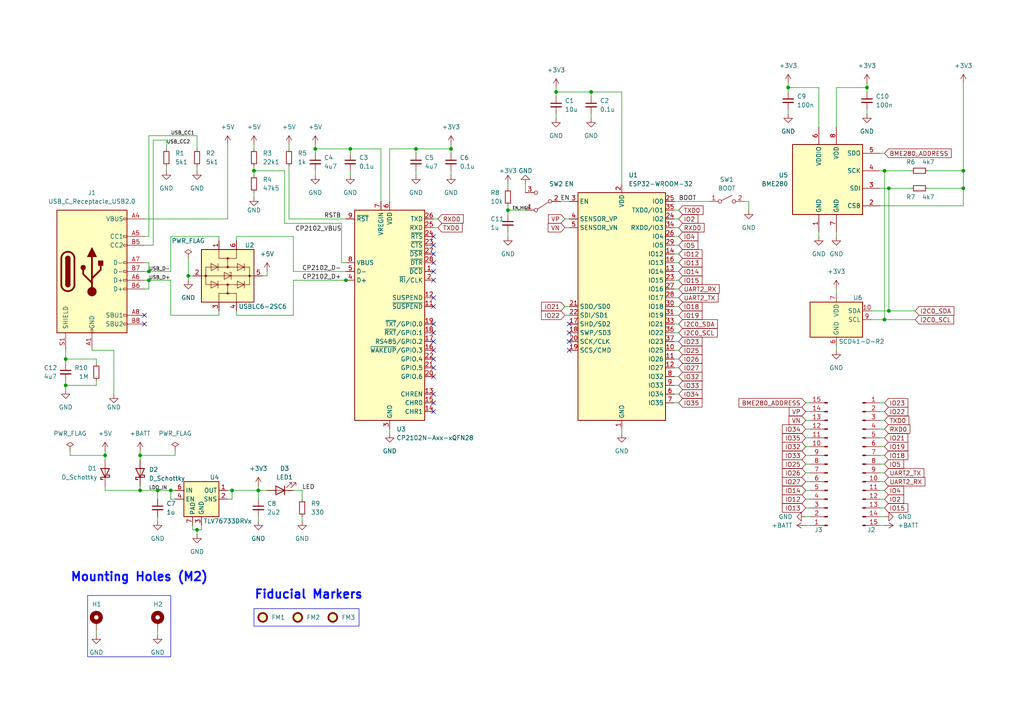
<source format=kicad_sch>
(kicad_sch (version 20230121) (generator eeschema)
  (paper "A4")
  (junction (at 171.45 26.67))
  (junction (at 40.64 132.08))
  (junction (at 257.81 54.61))
  (junction (at 49.53 142.24))
  (junction (at 57.15 153.67))
  (junction (at 100.33 81.28))
  (junction (at 279.4 49.53))
  (junction (at 74.93 142.24))
  (junction (at 43.18 78.74))
  (junction (at 256.54 92.71))
  (junction (at 43.18 81.28))
  (junction (at 228.6 25.4))
  (junction (at 251.46 25.4))
  (junction (at 279.4 54.61))
  (junction (at 161.29 26.67))
  (junction (at 147.32 60.96))
  (junction (at 101.6 43.18))
  (junction (at 130.81 43.18))
  (junction (at 67.31 142.24))
  (junction (at 19.05 111.76))
  (junction (at 54.61 80.01))
  (junction (at 91.44 43.18))
  (junction (at 40.64 142.24))
  (junction (at 30.48 132.08))
  (junction (at 120.65 43.18))
  (junction (at 73.66 49.53))
  (junction (at 256.54 49.53))
  (junction (at 257.81 90.17))
  (junction (at 45.72 142.24))
  (junction (at 19.05 104.14))
  (no_connect (at 125.73 93.98))
  (no_connect (at 125.73 78.74))
  (no_connect (at 41.91 91.44))
  (no_connect (at 125.73 71.12))
  (no_connect (at 125.73 96.52))
  (no_connect (at 125.73 114.3))
  (no_connect (at 125.73 106.68))
  (no_connect (at 125.73 81.28))
  (no_connect (at 125.73 109.22))
  (no_connect (at 125.73 99.06))
  (no_connect (at 125.73 101.6))
  (no_connect (at 125.73 68.58))
  (no_connect (at 125.73 76.2))
  (no_connect (at 125.73 73.66))
  (no_connect (at 125.73 88.9))
  (no_connect (at 165.1 96.52))
  (no_connect (at 125.73 119.38))
  (no_connect (at 41.91 93.98))
  (no_connect (at 125.73 86.36))
  (no_connect (at 165.1 93.98))
  (no_connect (at 165.1 101.6))
  (no_connect (at 165.1 99.06))
  (no_connect (at 125.73 116.84))
  (no_connect (at 125.73 104.14))
  (wire (pts (xy 91.44 49.53) (xy 91.44 50.8)))
  (wire (pts (xy 195.58 101.6) (xy 196.85 101.6)))
  (wire (pts (xy 68.58 91.44) (xy 85.09 91.44)))
  (wire (pts (xy 66.04 144.78) (xy 67.31 144.78)))
  (wire (pts (xy 43.18 39.37) (xy 43.18 68.58)))
  (wire (pts (xy 27.94 182.88) (xy 27.94 184.15)))
  (wire (pts (xy 55.88 80.01) (xy 54.61 80.01)))
  (wire (pts (xy 20.32 132.08) (xy 20.32 130.81)))
  (wire (pts (xy 195.58 68.58) (xy 196.85 68.58)))
  (wire (pts (xy 256.54 49.53) (xy 256.54 92.71)))
  (wire (pts (xy 242.57 67.31) (xy 242.57 68.58)))
  (wire (pts (xy 50.8 132.08) (xy 50.8 130.81)))
  (wire (pts (xy 68.58 90.17) (xy 68.58 91.44)))
  (wire (pts (xy 74.93 140.97) (xy 74.93 142.24)))
  (wire (pts (xy 33.02 101.6) (xy 33.02 114.3)))
  (wire (pts (xy 27.94 105.41) (xy 27.94 104.14)))
  (wire (pts (xy 161.29 33.02) (xy 161.29 34.29)))
  (wire (pts (xy 73.66 49.53) (xy 73.66 50.8)))
  (wire (pts (xy 113.03 43.18) (xy 113.03 58.42)))
  (wire (pts (xy 102.87 81.28) (xy 100.33 81.28)))
  (wire (pts (xy 163.83 66.04) (xy 165.1 66.04)))
  (wire (pts (xy 233.68 134.62) (xy 234.95 134.62)))
  (wire (pts (xy 255.27 149.86) (xy 256.54 149.86)))
  (wire (pts (xy 85.09 81.28) (xy 100.33 81.28)))
  (wire (pts (xy 233.68 144.78) (xy 234.95 144.78)))
  (wire (pts (xy 257.81 54.61) (xy 257.81 90.17)))
  (wire (pts (xy 40.64 132.08) (xy 50.8 132.08)))
  (wire (pts (xy 195.58 73.66) (xy 196.85 73.66)))
  (wire (pts (xy 147.32 59.69) (xy 147.32 60.96)))
  (wire (pts (xy 73.66 41.91) (xy 73.66 43.18)))
  (wire (pts (xy 255.27 49.53) (xy 256.54 49.53)))
  (wire (pts (xy 255.27 152.4) (xy 256.54 152.4)))
  (wire (pts (xy 66.04 142.24) (xy 67.31 142.24)))
  (wire (pts (xy 195.58 96.52) (xy 196.85 96.52)))
  (wire (pts (xy 40.64 132.08) (xy 40.64 130.81)))
  (wire (pts (xy 41.91 71.12) (xy 44.45 71.12)))
  (wire (pts (xy 30.48 132.08) (xy 30.48 130.81)))
  (wire (pts (xy 73.66 49.53) (xy 82.55 49.53)))
  (wire (pts (xy 67.31 142.24) (xy 74.93 142.24)))
  (wire (pts (xy 147.32 62.23) (xy 147.32 60.96)))
  (wire (pts (xy 228.6 31.75) (xy 228.6 33.02)))
  (wire (pts (xy 237.49 67.31) (xy 237.49 68.58)))
  (wire (pts (xy 20.32 132.08) (xy 30.48 132.08)))
  (wire (pts (xy 40.64 140.97) (xy 40.64 142.24)))
  (wire (pts (xy 49.53 91.44) (xy 49.53 81.28)))
  (wire (pts (xy 242.57 25.4) (xy 251.46 25.4)))
  (wire (pts (xy 41.91 83.82) (xy 43.18 83.82)))
  (wire (pts (xy 233.68 137.16) (xy 234.95 137.16)))
  (wire (pts (xy 195.58 58.42) (xy 205.74 58.42)))
  (wire (pts (xy 195.58 104.14) (xy 196.85 104.14)))
  (wire (pts (xy 233.68 152.4) (xy 234.95 152.4)))
  (wire (pts (xy 43.18 78.74) (xy 49.53 78.74)))
  (wire (pts (xy 120.65 43.18) (xy 120.65 44.45)))
  (wire (pts (xy 195.58 88.9) (xy 196.85 88.9)))
  (wire (pts (xy 40.64 132.08) (xy 40.64 133.35)))
  (wire (pts (xy 217.17 58.42) (xy 217.17 60.96)))
  (wire (pts (xy 255.27 144.78) (xy 256.54 144.78)))
  (wire (pts (xy 82.55 64.77) (xy 99.06 64.77)))
  (wire (pts (xy 49.53 144.78) (xy 49.53 142.24)))
  (wire (pts (xy 76.2 80.01) (xy 77.47 80.01)))
  (wire (pts (xy 163.83 63.5) (xy 165.1 63.5)))
  (wire (pts (xy 19.05 110.49) (xy 19.05 111.76)))
  (wire (pts (xy 269.24 54.61) (xy 279.4 54.61)))
  (wire (pts (xy 163.83 91.44) (xy 165.1 91.44)))
  (wire (pts (xy 55.88 153.67) (xy 57.15 153.67)))
  (wire (pts (xy 49.53 144.78) (xy 50.8 144.78)))
  (wire (pts (xy 279.4 54.61) (xy 279.4 59.69)))
  (wire (pts (xy 255.27 124.46) (xy 256.54 124.46)))
  (wire (pts (xy 45.72 182.88) (xy 45.72 184.15)))
  (wire (pts (xy 113.03 124.46) (xy 113.03 125.73)))
  (wire (pts (xy 45.72 144.78) (xy 45.72 142.24)))
  (wire (pts (xy 85.09 142.24) (xy 87.63 142.24)))
  (wire (pts (xy 161.29 26.67) (xy 171.45 26.67)))
  (wire (pts (xy 171.45 33.02) (xy 171.45 34.29)))
  (wire (pts (xy 255.27 139.7) (xy 256.54 139.7)))
  (wire (pts (xy 67.31 142.24) (xy 67.31 144.78)))
  (wire (pts (xy 161.29 25.4) (xy 161.29 26.67)))
  (wire (pts (xy 113.03 43.18) (xy 120.65 43.18)))
  (wire (pts (xy 228.6 24.13) (xy 228.6 25.4)))
  (wire (pts (xy 85.09 91.44) (xy 85.09 81.28)))
  (wire (pts (xy 110.49 43.18) (xy 110.49 58.42)))
  (wire (pts (xy 252.73 92.71) (xy 256.54 92.71)))
  (wire (pts (xy 49.53 142.24) (xy 50.8 142.24)))
  (wire (pts (xy 83.82 63.5) (xy 100.33 63.5)))
  (wire (pts (xy 63.5 68.58) (xy 63.5 69.85)))
  (wire (pts (xy 27.94 110.49) (xy 27.94 111.76)))
  (wire (pts (xy 233.68 129.54) (xy 234.95 129.54)))
  (wire (pts (xy 256.54 92.71) (xy 265.43 92.71)))
  (wire (pts (xy 256.54 44.45) (xy 255.27 44.45)))
  (wire (pts (xy 83.82 41.91) (xy 83.82 43.18)))
  (wire (pts (xy 195.58 63.5) (xy 196.85 63.5)))
  (wire (pts (xy 19.05 111.76) (xy 19.05 113.03)))
  (wire (pts (xy 63.5 90.17) (xy 63.5 91.44)))
  (wire (pts (xy 256.54 49.53) (xy 264.16 49.53)))
  (wire (pts (xy 255.27 129.54) (xy 256.54 129.54)))
  (wire (pts (xy 195.58 116.84) (xy 196.85 116.84)))
  (wire (pts (xy 195.58 91.44) (xy 196.85 91.44)))
  (wire (pts (xy 130.81 49.53) (xy 130.81 50.8)))
  (wire (pts (xy 66.04 41.91) (xy 66.04 63.5)))
  (wire (pts (xy 195.58 86.36) (xy 196.85 86.36)))
  (wire (pts (xy 58.42 153.67) (xy 57.15 153.67)))
  (wire (pts (xy 195.58 93.98) (xy 196.85 93.98)))
  (wire (pts (xy 130.81 41.91) (xy 130.81 43.18)))
  (wire (pts (xy 255.27 121.92) (xy 256.54 121.92)))
  (wire (pts (xy 255.27 147.32) (xy 256.54 147.32)))
  (wire (pts (xy 130.81 44.45) (xy 130.81 43.18)))
  (wire (pts (xy 33.02 101.6) (xy 26.67 101.6)))
  (wire (pts (xy 48.26 48.26) (xy 48.26 49.53)))
  (wire (pts (xy 242.57 100.33) (xy 242.57 101.6)))
  (wire (pts (xy 228.6 25.4) (xy 237.49 25.4)))
  (wire (pts (xy 162.56 58.42) (xy 165.1 58.42)))
  (wire (pts (xy 30.48 142.24) (xy 40.64 142.24)))
  (wire (pts (xy 77.47 78.74) (xy 77.47 80.01)))
  (wire (pts (xy 195.58 114.3) (xy 196.85 114.3)))
  (wire (pts (xy 49.53 78.74) (xy 49.53 68.58)))
  (wire (pts (xy 110.49 43.18) (xy 101.6 43.18)))
  (wire (pts (xy 30.48 132.08) (xy 30.48 133.35)))
  (wire (pts (xy 152.4 53.34) (xy 152.4 55.88)))
  (wire (pts (xy 73.66 48.26) (xy 73.66 49.53)))
  (wire (pts (xy 41.91 76.2) (xy 43.18 76.2)))
  (wire (pts (xy 215.9 58.42) (xy 217.17 58.42)))
  (wire (pts (xy 19.05 111.76) (xy 27.94 111.76)))
  (wire (pts (xy 41.91 81.28) (xy 43.18 81.28)))
  (wire (pts (xy 100.33 76.2) (xy 99.06 76.2)))
  (wire (pts (xy 163.83 88.9) (xy 165.1 88.9)))
  (wire (pts (xy 19.05 104.14) (xy 19.05 105.41)))
  (wire (pts (xy 147.32 67.31) (xy 147.32 68.58)))
  (wire (pts (xy 279.4 24.13) (xy 279.4 49.53)))
  (wire (pts (xy 125.73 63.5) (xy 127 63.5)))
  (wire (pts (xy 54.61 80.01) (xy 54.61 81.28)))
  (wire (pts (xy 195.58 81.28) (xy 196.85 81.28)))
  (wire (pts (xy 91.44 44.45) (xy 91.44 43.18)))
  (wire (pts (xy 257.81 54.61) (xy 264.16 54.61)))
  (wire (pts (xy 58.42 152.4) (xy 58.42 153.67)))
  (wire (pts (xy 233.68 124.46) (xy 234.95 124.46)))
  (wire (pts (xy 85.09 78.74) (xy 100.33 78.74)))
  (wire (pts (xy 255.27 142.24) (xy 256.54 142.24)))
  (wire (pts (xy 269.24 49.53) (xy 279.4 49.53)))
  (wire (pts (xy 57.15 153.67) (xy 57.15 154.94)))
  (wire (pts (xy 257.81 90.17) (xy 265.43 90.17)))
  (wire (pts (xy 161.29 26.67) (xy 161.29 27.94)))
  (wire (pts (xy 255.27 119.38) (xy 256.54 119.38)))
  (wire (pts (xy 255.27 54.61) (xy 257.81 54.61)))
  (wire (pts (xy 54.61 74.93) (xy 54.61 80.01)))
  (wire (pts (xy 233.68 142.24) (xy 234.95 142.24)))
  (wire (pts (xy 48.26 40.64) (xy 48.26 43.18)))
  (wire (pts (xy 195.58 78.74) (xy 196.85 78.74)))
  (wire (pts (xy 242.57 25.4) (xy 242.57 36.83)))
  (wire (pts (xy 279.4 49.53) (xy 279.4 54.61)))
  (wire (pts (xy 30.48 140.97) (xy 30.48 142.24)))
  (wire (pts (xy 57.15 48.26) (xy 57.15 49.53)))
  (wire (pts (xy 130.81 43.18) (xy 120.65 43.18)))
  (wire (pts (xy 147.32 53.34) (xy 147.32 54.61)))
  (wire (pts (xy 63.5 91.44) (xy 49.53 91.44)))
  (wire (pts (xy 40.64 142.24) (xy 45.72 142.24)))
  (wire (pts (xy 91.44 41.91) (xy 91.44 43.18)))
  (wire (pts (xy 41.91 68.58) (xy 43.18 68.58)))
  (wire (pts (xy 255.27 137.16) (xy 256.54 137.16)))
  (wire (pts (xy 49.53 68.58) (xy 63.5 68.58)))
  (wire (pts (xy 237.49 25.4) (xy 237.49 36.83)))
  (wire (pts (xy 74.93 149.86) (xy 74.93 151.13)))
  (wire (pts (xy 45.72 142.24) (xy 49.53 142.24)))
  (wire (pts (xy 233.68 132.08) (xy 234.95 132.08)))
  (wire (pts (xy 180.34 124.46) (xy 180.34 125.73)))
  (wire (pts (xy 195.58 83.82) (xy 196.85 83.82)))
  (wire (pts (xy 233.68 119.38) (xy 234.95 119.38)))
  (wire (pts (xy 85.09 68.58) (xy 85.09 78.74)))
  (wire (pts (xy 43.18 76.2) (xy 43.18 78.74)))
  (wire (pts (xy 44.45 40.64) (xy 44.45 71.12)))
  (wire (pts (xy 68.58 69.85) (xy 68.58 68.58)))
  (wire (pts (xy 228.6 26.67) (xy 228.6 25.4)))
  (wire (pts (xy 251.46 31.75) (xy 251.46 33.02)))
  (wire (pts (xy 255.27 134.62) (xy 256.54 134.62)))
  (wire (pts (xy 255.27 59.69) (xy 279.4 59.69)))
  (wire (pts (xy 195.58 71.12) (xy 196.85 71.12)))
  (wire (pts (xy 91.44 43.18) (xy 101.6 43.18)))
  (wire (pts (xy 48.26 40.64) (xy 44.45 40.64)))
  (wire (pts (xy 45.72 149.86) (xy 45.72 151.13)))
  (wire (pts (xy 87.63 142.24) (xy 87.63 144.78)))
  (wire (pts (xy 255.27 116.84) (xy 256.54 116.84)))
  (wire (pts (xy 73.66 55.88) (xy 73.66 57.15)))
  (wire (pts (xy 74.93 142.24) (xy 74.93 144.78)))
  (wire (pts (xy 57.15 39.37) (xy 57.15 43.18)))
  (wire (pts (xy 87.63 149.86) (xy 87.63 151.13)))
  (wire (pts (xy 233.68 139.7) (xy 234.95 139.7)))
  (wire (pts (xy 101.6 49.53) (xy 101.6 50.8)))
  (wire (pts (xy 233.68 127) (xy 234.95 127)))
  (wire (pts (xy 195.58 60.96) (xy 196.85 60.96)))
  (wire (pts (xy 180.34 53.34) (xy 180.34 26.67)))
  (wire (pts (xy 195.58 76.2) (xy 196.85 76.2)))
  (wire (pts (xy 252.73 90.17) (xy 257.81 90.17)))
  (wire (pts (xy 19.05 101.6) (xy 19.05 104.14)))
  (wire (pts (xy 57.15 39.37) (xy 43.18 39.37)))
  (wire (pts (xy 82.55 49.53) (xy 82.55 64.77)))
  (wire (pts (xy 99.06 64.77) (xy 99.06 76.2)))
  (wire (pts (xy 19.05 104.14) (xy 27.94 104.14)))
  (wire (pts (xy 125.73 66.04) (xy 127 66.04)))
  (wire (pts (xy 101.6 43.18) (xy 101.6 44.45)))
  (wire (pts (xy 74.93 142.24) (xy 77.47 142.24)))
  (wire (pts (xy 233.68 116.84) (xy 234.95 116.84)))
  (wire (pts (xy 195.58 109.22) (xy 196.85 109.22)))
  (wire (pts (xy 55.88 152.4) (xy 55.88 153.67)))
  (wire (pts (xy 43.18 83.82) (xy 43.18 81.28)))
  (wire (pts (xy 195.58 99.06) (xy 196.85 99.06)))
  (wire (pts (xy 255.27 127) (xy 256.54 127)))
  (wire (pts (xy 195.58 66.04) (xy 196.85 66.04)))
  (wire (pts (xy 233.68 149.86) (xy 234.95 149.86)))
  (wire (pts (xy 242.57 83.82) (xy 242.57 85.09)))
  (wire (pts (xy 251.46 25.4) (xy 251.46 26.67)))
  (wire (pts (xy 120.65 49.53) (xy 120.65 50.8)))
  (wire (pts (xy 171.45 26.67) (xy 180.34 26.67)))
  (wire (pts (xy 171.45 26.67) (xy 171.45 27.94)))
  (wire (pts (xy 255.27 132.08) (xy 256.54 132.08)))
  (wire (pts (xy 83.82 48.26) (xy 83.82 63.5)))
  (wire (pts (xy 251.46 24.13) (xy 251.46 25.4)))
  (wire (pts (xy 233.68 147.32) (xy 234.95 147.32)))
  (wire (pts (xy 68.58 68.58) (xy 85.09 68.58)))
  (wire (pts (xy 66.04 63.5) (xy 41.91 63.5)))
  (wire (pts (xy 195.58 106.68) (xy 196.85 106.68)))
  (wire (pts (xy 147.32 60.96) (xy 152.4 60.96)))
  (wire (pts (xy 195.58 111.76) (xy 196.85 111.76)))
  (wire (pts (xy 43.18 81.28) (xy 49.53 81.28)))
  (wire (pts (xy 233.68 121.92) (xy 234.95 121.92)))
  (wire (pts (xy 41.91 78.74) (xy 43.18 78.74)))
  (rectangle (start 73.66 176.53) (end 104.14 181.61))
  (rectangle (start 25.4 172.72) (end 49.53 190.5))
  (text "Mounting Holes (M2)" (at 20.32 168.91 0) (effects (font (size 2.5 2.5) (thickness 0.5) bold) (justify left bottom)))
  (text "Fiducial Markers" (at 73.66 173.99 0) (effects (font (size 2.5 2.5) (thickness 0.5) bold) (justify left bottom)))
  (label "CP2102_VBUS" (at 99.06 67.31 180))
  (label "RSTB" (at 93.98 63.5 0))
  (label "EN" (at 162.56 58.42 0))
  (label "BOOT" (at 196.85 58.42 0))
  (label "LED" (at 87.63 142.24 0))
  (label "CP2102_D+" (at 87.63 81.28 0))
  (label "USB_CC1" (at 49.53 39.37 0) (effects (font (size 1 1))))
  (label "CP2102_D-" (at 87.63 78.74 0))
  (label "USB_D-" (at 43.18 78.74 0) (effects (font (size 1 1))))
  (label "LDO_IN" (at 43.18 142.24 0) (effects (font (size 1 1))))
  (label "USB_D+" (at 43.18 81.28 0) (effects (font (size 1 1))))
  (label "USB_CC2" (at 48.26 41.91 0) (effects (font (size 1 1))))
  (label "EN_HIGH" (at 148.59 60.96 0) (effects (font (size 0.8 0.8))))
  (global_label "IO25" (shape input) (at 196.85 101.6 0) (property "Intersheetrefs" "${INTERSHEET_REFS}" (effects hide)))
  (global_label "VN" (shape input) (at 233.68 121.92 180) (property "Intersheetrefs" "${INTERSHEET_REFS}" (effects hide)))
  (global_label "TXD0" (shape input) (at 127 66.04 0) (property "Intersheetrefs" "${INTERSHEET_REFS}" (effects hide)))
  (global_label "IO4" (shape input) (at 256.54 142.24 0) (property "Intersheetrefs" "${INTERSHEET_REFS}" (effects hide)))
  (global_label "IO5" (shape input) (at 256.54 134.62 0) (property "Intersheetrefs" "${INTERSHEET_REFS}" (effects hide)))
  (global_label "IO14" (shape input) (at 233.68 142.24 180) (property "Intersheetrefs" "${INTERSHEET_REFS}" (effects hide)))
  (global_label "IO32" (shape input) (at 233.68 129.54 180) (property "Intersheetrefs" "${INTERSHEET_REFS}" (effects hide)))
  (global_label "IO27" (shape input) (at 196.85 106.68 0) (property "Intersheetrefs" "${INTERSHEET_REFS}" (effects hide)))
  (global_label "IO2" (shape input) (at 256.54 144.78 0) (property "Intersheetrefs" "${INTERSHEET_REFS}" (effects hide)))
  (global_label "UART2_TX" (shape input) (at 256.54 137.16 0) (property "Intersheetrefs" "${INTERSHEET_REFS}" (effects hide)))
  (global_label "IO26" (shape input) (at 233.68 137.16 180) (property "Intersheetrefs" "${INTERSHEET_REFS}" (effects hide)))
  (global_label "UART2_RX" (shape input) (at 196.85 83.82 0) (property "Intersheetrefs" "${INTERSHEET_REFS}" (effects hide)))
  (global_label "VN" (shape input) (at 163.83 66.04 180) (property "Intersheetrefs" "${INTERSHEET_REFS}" (effects hide)))
  (global_label "IO32" (shape input) (at 196.85 109.22 0) (property "Intersheetrefs" "${INTERSHEET_REFS}" (effects hide)))
  (global_label "BME280_ADDRESS" (shape input) (at 233.68 116.84 180) (property "Intersheetrefs" "${INTERSHEET_REFS}" (effects hide)))
  (global_label "VP" (shape input) (at 163.83 63.5 180) (property "Intersheetrefs" "${INTERSHEET_REFS}" (effects hide)))
  (global_label "RXD0" (shape input) (at 256.54 124.46 0) (property "Intersheetrefs" "${INTERSHEET_REFS}" (effects hide)))
  (global_label "UART2_TX" (shape input) (at 196.85 86.36 0) (property "Intersheetrefs" "${INTERSHEET_REFS}" (effects hide)))
  (global_label "RXD0" (shape input) (at 127 63.5 0) (property "Intersheetrefs" "${INTERSHEET_REFS}" (effects hide)))
  (global_label "I2C0_SDA" (shape input) (at 196.85 93.98 0) (property "Intersheetrefs" "${INTERSHEET_REFS}" (effects hide)))
  (global_label "IO21" (shape input) (at 256.54 127 0) (property "Intersheetrefs" "${INTERSHEET_REFS}" (effects hide)))
  (global_label "VP" (shape input) (at 233.68 119.38 180) (property "Intersheetrefs" "${INTERSHEET_REFS}" (effects hide)))
  (global_label "RXD0" (shape input) (at 196.85 66.04 0) (property "Intersheetrefs" "${INTERSHEET_REFS}" (effects hide)))
  (global_label "IO33" (shape input) (at 196.85 111.76 0) (property "Intersheetrefs" "${INTERSHEET_REFS}" (effects hide)))
  (global_label "IO23" (shape input) (at 196.85 99.06 0) (property "Intersheetrefs" "${INTERSHEET_REFS}" (effects hide)))
  (global_label "IO18" (shape input) (at 196.85 88.9 0) (property "Intersheetrefs" "${INTERSHEET_REFS}" (effects hide)))
  (global_label "UART2_RX" (shape input) (at 256.54 139.7 0) (property "Intersheetrefs" "${INTERSHEET_REFS}" (effects hide)))
  (global_label "IO15" (shape input) (at 196.85 81.28 0) (property "Intersheetrefs" "${INTERSHEET_REFS}" (effects hide)))
  (global_label "IO23" (shape input) (at 256.54 116.84 0) (property "Intersheetrefs" "${INTERSHEET_REFS}" (effects hide)))
  (global_label "IO22" (shape input) (at 163.83 91.44 180) (property "Intersheetrefs" "${INTERSHEET_REFS}" (effects hide)))
  (global_label "IO18" (shape input) (at 256.54 132.08 0) (property "Intersheetrefs" "${INTERSHEET_REFS}" (effects hide)))
  (global_label "IO27" (shape input) (at 233.68 139.7 180) (property "Intersheetrefs" "${INTERSHEET_REFS}" (effects hide)))
  (global_label "IO13" (shape input) (at 233.68 147.32 180) (property "Intersheetrefs" "${INTERSHEET_REFS}" (effects hide)))
  (global_label "IO26" (shape input) (at 196.85 104.14 0) (property "Intersheetrefs" "${INTERSHEET_REFS}" (effects hide)))
  (global_label "IO14" (shape input) (at 196.85 78.74 0) (property "Intersheetrefs" "${INTERSHEET_REFS}" (effects hide)))
  (global_label "I2C0_SCL" (shape input) (at 265.43 92.71 0) (property "Intersheetrefs" "${INTERSHEET_REFS}" (effects hide)))
  (global_label "IO13" (shape input) (at 196.85 76.2 0) (property "Intersheetrefs" "${INTERSHEET_REFS}" (effects hide)))
  (global_label "IO5" (shape input) (at 196.85 71.12 0) (property "Intersheetrefs" "${INTERSHEET_REFS}" (effects hide)))
  (global_label "IO12" (shape input) (at 233.68 144.78 180) (property "Intersheetrefs" "${INTERSHEET_REFS}" (effects hide)))
  (global_label "IO2" (shape input) (at 196.85 63.5 0) (property "Intersheetrefs" "${INTERSHEET_REFS}" (effects hide)))
  (global_label "I2C0_SCL" (shape input) (at 196.85 96.52 0) (property "Intersheetrefs" "${INTERSHEET_REFS}" (effects hide)))
  (global_label "TXD0" (shape input) (at 196.85 60.96 0) (property "Intersheetrefs" "${INTERSHEET_REFS}" (effects hide)))
  (global_label "IO35" (shape input) (at 233.68 127 180) (property "Intersheetrefs" "${INTERSHEET_REFS}" (effects hide)))
  (global_label "IO12" (shape input) (at 196.85 73.66 0) (property "Intersheetrefs" "${INTERSHEET_REFS}" (effects hide)))
  (global_label "IO35" (shape input) (at 196.85 116.84 0) (property "Intersheetrefs" "${INTERSHEET_REFS}" (effects hide)))
  (global_label "IO15" (shape input) (at 256.54 147.32 0) (property "Intersheetrefs" "${INTERSHEET_REFS}" (effects hide)))
  (global_label "IO33" (shape input) (at 233.68 132.08 180) (property "Intersheetrefs" "${INTERSHEET_REFS}" (effects hide)))
  (global_label "TXD0" (shape input) (at 256.54 121.92 0) (property "Intersheetrefs" "${INTERSHEET_REFS}" (effects hide)))
  (global_label "IO19" (shape input) (at 256.54 129.54 0) (property "Intersheetrefs" "${INTERSHEET_REFS}" (effects hide)))
  (global_label "IO25" (shape input) (at 233.68 134.62 180) (property "Intersheetrefs" "${INTERSHEET_REFS}" (effects hide)))
  (global_label "IO34" (shape input) (at 196.85 114.3 0) (property "Intersheetrefs" "${INTERSHEET_REFS}" (effects hide)))
  (global_label "BME280_ADDRESS" (shape input) (at 256.54 44.45 0) (property "Intersheetrefs" "${INTERSHEET_REFS}" (effects hide)))
  (global_label "IO4" (shape input) (at 196.85 68.58 0) (property "Intersheetrefs" "${INTERSHEET_REFS}" (effects hide)))
  (global_label "I2C0_SDA" (shape input) (at 265.43 90.17 0) (property "Intersheetrefs" "${INTERSHEET_REFS}" (effects hide)))
  (global_label "IO22" (shape input) (at 256.54 119.38 0) (property "Intersheetrefs" "${INTERSHEET_REFS}" (effects hide)))
  (global_label "IO19" (shape input) (at 196.85 91.44 0) (property "Intersheetrefs" "${INTERSHEET_REFS}" (effects hide)))
  (global_label "IO21" (shape input) (at 163.83 88.9 180) (property "Intersheetrefs" "${INTERSHEET_REFS}" (effects hide)))
  (global_label "IO34" (shape input) (at 233.68 124.46 180) (property "Intersheetrefs" "${INTERSHEET_REFS}" (effects hide)))
  (symbol (lib_id "power:GND") (at 45.72 151.13 0) (unit 1)
    (property "Reference" "#PWR023" (effects hide))
    (property "Value" "GND" (at 45.72 156.21 0))
  )
  (symbol (lib_id "power:GND") (at 237.49 68.58 0) (unit 1)
    (property "Reference" "#PWR027" (effects hide))
    (property "Value" "GND" (at 237.49 73.66 0))
  )
  (symbol (lib_id "power:GND") (at 19.05 113.03 0) (unit 1)
    (property "Reference" "#PWR09" (effects hide))
    (property "Value" "GND" (at 19.05 118.11 0))
  )
  (symbol (lib_id "Device:C_Small") (at 147.32 64.77 0) (unit 1)
    (property "Reference" "C11" (at 142.24 63.5 0) (effects (justify left)))
    (property "Value" "1u" (at 142.24 66.04 0) (effects (justify left)))
    (property "Footprint" "Capacitor_SMD:C_0603_1608Metric" (effects hide))
  )
  (symbol (lib_id "Device:R_Small") (at 27.94 107.95 0) (unit 1)
    (property "Reference" "R10" (at 21.59 106.68 0) (effects (justify left)))
    (property "Value" "1M" (at 22.86 109.22 0) (effects (justify left)))
    (property "Footprint" "Resistor_SMD:R_0603_1608Metric" (effects hide))
  )
  (symbol (lib_id "power:GND") (at 54.61 81.28 0) (unit 1)
    (property "Reference" "#PWR05" (effects hide))
    (property "Value" "GND" (at 54.61 86.36 0))
  )
  (symbol (lib_id "power:+3V3") (at 228.6 24.13 0) (unit 1)
    (property "Reference" "#PWR032" (effects hide))
    (property "Value" "+3V3" (at 228.6 19.05 0))
  )
  (symbol (lib_id "Connector:USB_C_Receptacle_USB2.0") (at 26.67 78.74 0) (unit 1)
    (property "Reference" "J1" (at 26.67 55.88 0))
    (property "Value" "USB_C_Receptacle_USB2.0" (at 26.67 58.42 0))
    (property "Footprint" "Connector_USB:USB_C_Receptacle_GCT_USB4105-xx-A_16P_TopMnt_Horizontal" (effects hide))
    (property "Datasheet" "https://www.usb.org/sites/default/files/documents/usb_type-c.zip" (effects hide))
  )
  (symbol (lib_id "power:+3V3") (at 279.4 24.13 0) (unit 1)
    (property "Reference" "#PWR033" (effects hide))
    (property "Value" "+3V3" (at 279.4 19.05 0))
  )
  (symbol (lib_id "Device:C_Small") (at 120.65 46.99 0) (unit 1)
    (property "Reference" "C5" (at 123.19 45.7263 0) (effects (justify left)))
    (property "Value" "4u7" (at 123.19 48.2663 0) (effects (justify left)))
    (property "Footprint" "Capacitor_SMD:C_0603_1608Metric" (effects hide))
  )
  (symbol (lib_id "Connector:Conn_01x15_Pin") (at 240.03 134.62 180) (unit 1)
    (property "Reference" "J3" (at 236.22 153.67 0) (effects (justify right)))
    (property "Value" "Conn_01x15_Pin" (effects hide))
    (property "Footprint" "Connector_PinSocket_2.54mm:PinSocket_1x15_P2.54mm_Vertical" (effects hide))
  )
  (symbol (lib_id "power:PWR_FLAG") (at 54.61 74.93 0) (unit 1)
    (property "Reference" "#FLG02" (effects hide))
    (property "Value" "PWR_FLAG" (at 54.61 69.85 0))
  )
  (symbol (lib_id "Device:R_Small") (at 73.66 53.34 0) (unit 1)
    (property "Reference" "R4" (at 76.2 52.07 0) (effects (justify left)))
    (property "Value" "47k5" (at 76.2 54.61 0) (effects (justify left)))
    (property "Footprint" "Resistor_SMD:R_0402_1005Metric" (effects hide))
  )
  (symbol (lib_id "Connector:Conn_01x15_Pin") (at 250.19 134.62 0) (unit 1)
    (property "Reference" "J2" (at 252.73 153.67 0))
    (property "Value" "Conn_01x15_Pin" (effects hide))
    (property "Footprint" "Connector_PinSocket_2.54mm:PinSocket_1x15_P2.54mm_Vertical" (effects hide))
  )
  (symbol (lib_id "power:+5V") (at 66.04 41.91 0) (unit 1)
    (property "Reference" "#PWR010" (effects hide))
    (property "Value" "+5V" (at 66.04 36.83 0))
  )
  (symbol (lib_id "Mechanical:MountingHole_Pad") (at 45.72 180.34 0) (unit 1) (in_bom no)
    (property "Reference" "H2" (at 44.45 175.26 0) (effects (justify left)))
    (property "Value" "MountingHole_Pad" (effects hide))
    (property "Footprint" "MountingHole:MountingHole_2.2mm_M2" (effects hide))
  )
  (symbol (lib_id "power:+5V") (at 77.47 78.74 0) (unit 1)
    (property "Reference" "#PWR011" (effects hide))
    (property "Value" "+5V" (at 77.47 73.66 0))
  )
  (symbol (lib_id "Device:C_Small") (at 130.81 46.99 0) (unit 1)
    (property "Reference" "C6" (at 133.35 45.7263 0) (effects (justify left)))
    (property "Value" "0.1u" (at 133.35 48.2663 0) (effects (justify left)))
    (property "Footprint" "Capacitor_SMD:C_0402_1005Metric" (effects hide))
  )
  (symbol (lib_id "power:+3V3") (at 130.81 41.91 0) (unit 1)
    (property "Reference" "#PWR018" (effects hide))
    (property "Value" "+3V3" (at 130.81 36.83 0))
  )
  (symbol (lib_id "Device:R_Small") (at 57.15 45.72 0) (unit 1)
    (property "Reference" "R2" (at 59.69 44.45 0) (effects (justify left)))
    (property "Value" "5k1" (at 59.69 46.99 0) (effects (justify left)))
    (property "Footprint" "Resistor_SMD:R_0402_1005Metric" (effects hide))
  )
  (symbol (lib_id "Device:C_Small") (at 45.72 147.32 0) (unit 1)
    (property "Reference" "C7" (at 48.26 146.0563 0) (effects (justify left)))
    (property "Value" "1u" (at 48.26 148.5963 0) (effects (justify left)))
    (property "Footprint" "Capacitor_SMD:C_0805_2012Metric" (effects hide))
  )
  (symbol (lib_id "Regulator_Linear:TLV76733DRVx") (at 58.42 144.78 0) (unit 1)
    (property "Reference" "U4" (at 62.23 138.43 0))
    (property "Value" "TLV76733DRVx" (at 66.04 151.13 0))
    (property "Footprint" "Package_SON:WSON-6-1EP_2x2mm_P0.65mm_EP1x1.6mm_ThermalVias" (effects hide))
    (property "Datasheet" "www.ti.com/lit/gpn/TLV767" (effects hide))
  )
  (symbol (lib_id "Device:C_Small") (at 228.6 29.21 0) (unit 1)
    (property "Reference" "C9" (at 231.14 27.9463 0) (effects (justify left)))
    (property "Value" "100n" (at 231.14 30.4863 0) (effects (justify left)))
    (property "Footprint" "Capacitor_SMD:C_0402_1005Metric" (effects hide))
  )
  (symbol (lib_id "Switch:SW_SPDT") (at 157.48 58.42 180) (unit 1)
    (property "Reference" "SW2" (at 161.29 53.34 0))
    (property "Value" "EN" (at 165.1 53.34 0))
    (property "Footprint" "Button_Switch_SMD:SW_SPDT_CK-JS102011SAQN" (effects hide))
  )
  (symbol (lib_id "Device:C_Small") (at 91.44 46.99 0) (unit 1)
    (property "Reference" "C4" (at 93.98 45.7263 0) (effects (justify left)))
    (property "Value" "4u7" (at 93.98 48.2663 0) (effects (justify left)))
    (property "Footprint" "Capacitor_SMD:C_0603_1608Metric" (effects hide))
  )
  (symbol (lib_id "Device:D_Schottky") (at 40.64 137.16 90) (unit 1)
    (property "Reference" "D2" (at 43.18 136.2075 90) (effects (justify right)))
    (property "Value" "D_Schottky" (at 43.18 138.7475 90) (effects (justify right)))
    (property "Footprint" "Diode_SMD:D_0805_2012Metric" (effects hide))
  )
  (symbol (lib_id "Device:C_Small") (at 251.46 29.21 0) (unit 1)
    (property "Reference" "C10" (at 254 27.9463 0) (effects (justify left)))
    (property "Value" "100n" (at 254 30.4863 0) (effects (justify left)))
    (property "Footprint" "Capacitor_SMD:C_0402_1005Metric" (effects hide))
  )
  (symbol (lib_id "Switch:SW_SPST") (at 210.82 58.42 0) (unit 1)
    (property "Reference" "SW1" (at 210.82 52.07 0))
    (property "Value" "BOOT" (at 210.82 54.61 0))
    (property "Footprint" "Button_Switch_SMD:SW_Push_SPST_NO_Alps_SKRK" (effects hide))
  )
  (symbol (lib_id "Power_Protection:USBLC6-2SC6") (at 66.04 80.01 270) (unit 1)
    (property "Reference" "U2" (at 72.39 71.12 90))
    (property "Value" "USBLC6-2SC6" (at 76.2 88.9 90))
    (property "Footprint" "Package_TO_SOT_SMD:SOT-23-6" (effects hide))
    (property "Datasheet" "https://www.st.com/resource/en/datasheet/usblc6-2.pdf" (effects hide))
  )
  (symbol (lib_id "power:+3V3") (at 161.29 25.4 0) (unit 1)
    (property "Reference" "#PWR03" (effects hide))
    (property "Value" "+3V3" (at 161.29 20.32 0))
  )
  (symbol (lib_id "power:GND") (at 242.57 68.58 0) (unit 1)
    (property "Reference" "#PWR028" (effects hide))
    (property "Value" "GND" (at 242.57 73.66 0))
  )
  (symbol (lib_id "Device:R_Small") (at 87.63 147.32 0) (unit 1)
    (property "Reference" "R9" (at 90.17 146.05 0) (effects (justify left)))
    (property "Value" "330" (at 90.17 148.59 0) (effects (justify left)))
    (property "Footprint" "Resistor_SMD:R_0402_1005Metric" (effects hide))
  )
  (symbol (lib_id "Device:R_Small") (at 266.7 49.53 90) (unit 1)
    (property "Reference" "R6" (at 264.16 46.99 90))
    (property "Value" "4k7" (at 269.24 46.99 90))
    (property "Footprint" "Resistor_SMD:R_0402_1005Metric" (effects hide))
  )
  (symbol (lib_id "power:GND") (at 73.66 57.15 0) (unit 1)
    (property "Reference" "#PWR021" (effects hide))
    (property "Value" "GND" (at 73.66 60.96 0))
  )
  (symbol (lib_id "power:+3V3") (at 74.93 140.97 0) (unit 1)
    (property "Reference" "#PWR026" (effects hide))
    (property "Value" "+3V3" (at 74.93 135.89 0))
  )
  (symbol (lib_id "Device:R_Small") (at 83.82 45.72 0) (unit 1)
    (property "Reference" "R5" (at 86.36 44.45 0) (effects (justify left)))
    (property "Value" "1k" (at 86.36 46.99 0) (effects (justify left)))
    (property "Footprint" "Resistor_SMD:R_0402_1005Metric" (effects hide))
  )
  (symbol (lib_id "power:+5V") (at 91.44 41.91 0) (unit 1)
    (property "Reference" "#PWR015" (effects hide))
    (property "Value" "+5V" (at 91.44 36.83 0))
  )
  (symbol (lib_id "Device:C_Small") (at 161.29 30.48 0) (unit 1)
    (property "Reference" "C1" (at 163.83 29.2163 0) (effects (justify left)))
    (property "Value" "10u" (at 163.83 31.7563 0) (effects (justify left)))
    (property "Footprint" "Capacitor_SMD:C_0805_2012Metric" (effects hide))
  )
  (symbol (lib_id "power:+5V") (at 73.66 41.91 0) (unit 1)
    (property "Reference" "#PWR020" (effects hide))
    (property "Value" "+5V" (at 73.66 36.83 0))
  )
  (symbol (lib_id "power:PWR_FLAG") (at 50.8 130.81 0) (unit 1)
    (property "Reference" "#FLG03" (effects hide))
    (property "Value" "PWR_FLAG" (at 50.8 125.73 0))
  )
  (symbol (lib_id "Interface_USB:CP2102N-Axx-xQFN28") (at 113.03 91.44 0) (unit 1)
    (property "Reference" "U3" (at 114.9859 124.46 0) (effects (justify left)))
    (property "Value" "CP2102N-Axx-xQFN28" (at 114.9859 127 0) (effects (justify left)))
    (property "Footprint" "Package_DFN_QFN:QFN-28-1EP_5x5mm_P0.5mm_EP3.35x3.35mm" (effects hide))
    (property "Datasheet" "https://www.silabs.com/documents/public/data-sheets/cp2102n-datasheet.pdf" (effects hide))
  )
  (symbol (lib_id "power:GND") (at 120.65 50.8 0) (unit 1)
    (property "Reference" "#PWR016" (effects hide))
    (property "Value" "GND" (at 120.65 55.88 0))
  )
  (symbol (lib_id "Device:R_Small") (at 48.26 45.72 0) (unit 1)
    (property "Reference" "R1" (at 50.8 44.45 0) (effects (justify left)))
    (property "Value" "5k1" (at 50.8 46.99 0) (effects (justify left)))
    (property "Footprint" "Resistor_SMD:R_0402_1005Metric" (effects hide))
  )
  (symbol (lib_id "power:GND") (at 130.81 50.8 0) (unit 1)
    (property "Reference" "#PWR017" (effects hide))
    (property "Value" "GND" (at 130.81 55.88 0))
  )
  (symbol (lib_id "power:GND") (at 233.68 149.86 270) (unit 1)
    (property "Reference" "#PWR039" (effects hide))
    (property "Value" "GND" (at 229.87 149.86 90) (effects (justify right)))
  )
  (symbol (lib_id "power:GND") (at 101.6 50.8 0) (unit 1)
    (property "Reference" "#PWR012" (effects hide))
    (property "Value" "GND" (at 101.6 55.88 0))
  )
  (symbol (lib_id "power:GND") (at 251.46 33.02 0) (unit 1)
    (property "Reference" "#PWR029" (effects hide))
    (property "Value" "GND" (at 251.46 38.1 0))
  )
  (symbol (lib_id "power:GND") (at 180.34 125.73 0) (unit 1)
    (property "Reference" "#PWR01" (effects hide))
    (property "Value" "GND" (at 180.34 130.81 0))
  )
  (symbol (lib_id "RF_Module:ESP32-WROOM-32") (at 180.34 88.9 0) (unit 1)
    (property "Reference" "U1" (at 182.2959 50.8 0) (effects (justify left)))
    (property "Value" "ESP32-WROOM-32" (at 182.2959 53.34 0) (effects (justify left)))
    (property "Footprint" "RF_Module:ESP32-WROOM-32" (effects hide))
    (property "Datasheet" "https://www.espressif.com/sites/default/files/documentation/esp32-wroom-32_datasheet_en.pdf" (effects hide))
  )
  (symbol (lib_id "power:GND") (at 27.94 184.15 0) (unit 1)
    (property "Reference" "#PWR045" (effects hide))
    (property "Value" "GND" (at 27.94 189.23 0))
  )
  (symbol (lib_id "power:+3V3") (at 251.46 24.13 0) (unit 1)
    (property "Reference" "#PWR031" (effects hide))
    (property "Value" "+3V3" (at 251.46 19.05 0))
  )
  (symbol (lib_id "Mechanical:Fiducial") (at 76.2 179.07 0) (unit 1)
    (property "Reference" "FM1" (at 78.74 179.07 0) (effects (justify left)))
    (property "Value" "Fiducial" (effects hide))
    (property "Footprint" "Fiducial:Fiducial_1mm_Mask2mm" (effects hide))
  )
  (symbol (lib_id "Sensor:BME280") (at 240.03 52.07 0) (unit 1)
    (property "Reference" "U5" (at 228.6 50.8 0) (effects (justify right)))
    (property "Value" "BME280" (at 228.6 53.34 0) (effects (justify right)))
    (property "Footprint" "Package_LGA:Bosch_LGA-8_2.5x2.5mm_P0.65mm_ClockwisePinNumbering" (effects hide))
    (property "Datasheet" "https://www.bosch-sensortec.com/media/boschsensortec/downloads/datasheets/bst-bme280-ds002.pdf" (effects hide))
  )
  (symbol (lib_id "power:+5V") (at 83.82 41.91 0) (unit 1)
    (property "Reference" "#PWR013" (effects hide))
    (property "Value" "+5V" (at 83.82 36.83 0))
  )
  (symbol (lib_id "power:GND") (at 57.15 154.94 0) (unit 1)
    (property "Reference" "#PWR042" (effects hide))
    (property "Value" "GND" (at 57.15 160.02 0))
  )
  (symbol (lib_id "power:GND") (at 228.6 33.02 0) (unit 1)
    (property "Reference" "#PWR030" (effects hide))
    (property "Value" "GND" (at 228.6 38.1 0))
  )
  (symbol (lib_id "power:GND") (at 91.44 50.8 0) (unit 1)
    (property "Reference" "#PWR014" (effects hide))
    (property "Value" "GND" (at 91.44 55.88 0))
  )
  (symbol (lib_id "power:+BATT") (at 256.54 152.4 270) (unit 1)
    (property "Reference" "#PWR043" (effects hide))
    (property "Value" "+BATT" (at 260.35 152.4 90) (effects (justify left)))
  )
  (symbol (lib_id "Device:C_Small") (at 19.05 107.95 0) (unit 1)
    (property "Reference" "C12" (at 12.7 106.68 0) (effects (justify left)))
    (property "Value" "4u7" (at 12.7 109.22 0) (effects (justify left)))
    (property "Footprint" "Capacitor_SMD:C_0603_1608Metric" (effects hide))
  )
  (symbol (lib_id "power:GND") (at 161.29 34.29 0) (unit 1)
    (property "Reference" "#PWR02" (effects hide))
    (property "Value" "GND" (at 161.29 39.37 0))
  )
  (symbol (lib_id "power:GND") (at 147.32 68.58 0) (unit 1)
    (property "Reference" "#PWR035" (effects hide))
    (property "Value" "GND" (at 147.32 73.66 0))
  )
  (symbol (lib_id "Device:R_Small") (at 266.7 54.61 90) (unit 1)
    (property "Reference" "R7" (at 264.16 57.15 90))
    (property "Value" "4k7" (at 269.24 57.15 90))
    (property "Footprint" "Resistor_SMD:R_0402_1005Metric" (effects hide))
  )
  (symbol (lib_id "Device:D_Schottky") (at 30.48 137.16 90) (unit 1)
    (property "Reference" "D1" (at 25.4 135.89 90) (effects (justify right)))
    (property "Value" "D_Schottky" (at 17.78 138.43 90) (effects (justify right)))
    (property "Footprint" "Diode_SMD:D_0805_2012Metric" (effects hide))
  )
  (symbol (lib_id "power:GND") (at 256.54 149.86 90) (unit 1)
    (property "Reference" "#PWR040" (effects hide))
    (property "Value" "GND" (at 260.35 149.86 90) (effects (justify right)))
  )
  (symbol (lib_id "power:+3V3") (at 147.32 53.34 0) (unit 1)
    (property "Reference" "#PWR034" (effects hide))
    (property "Value" "+3V3" (at 147.32 49.53 0))
  )
  (symbol (lib_id "Sensor_Gas:SCD41-D-R2") (at 242.57 92.71 0) (unit 1)
    (property "Reference" "U6" (at 250.19 86.36 0) (effects (justify right)))
    (property "Value" "SCD41-D-R2" (at 256.54 99.06 0) (effects (justify right)))
    (property "Footprint" "Sensor:Sensirion_SCD4x-1EP_10.1x10.1mm_P1.25mm_EP4.8x4.8mm" (effects hide))
    (property "Datasheet" "https://sensirion.com/media/documents/E0F04247/631EF271/CD_DS_SCD40_SCD41_Datasheet_D1.pdf" (effects hide))
  )
  (symbol (lib_id "power:GND") (at 152.4 53.34 180) (unit 1)
    (property "Reference" "#PWR037" (effects hide))
    (property "Value" "GND" (at 152.4 49.53 0))
  )
  (symbol (lib_id "Device:C_Small") (at 74.93 147.32 0) (unit 1)
    (property "Reference" "C8" (at 77.47 146.0563 0) (effects (justify left)))
    (property "Value" "2u2" (at 77.47 148.5963 0) (effects (justify left)))
    (property "Footprint" "Capacitor_SMD:C_0805_2012Metric" (effects hide))
  )
  (symbol (lib_id "power:GND") (at 113.03 125.73 0) (unit 1)
    (property "Reference" "#PWR019" (effects hide))
    (property "Value" "GND" (at 113.03 130.81 0))
  )
  (symbol (lib_id "Device:LED") (at 81.28 142.24 180) (unit 1)
    (property "Reference" "D3" (at 82.55 135.89 0))
    (property "Value" "LED1" (at 82.55 138.43 0))
    (property "Footprint" "Diode_SMD:D_1206_3216Metric" (effects hide))
  )
  (symbol (lib_id "power:+BATT") (at 40.64 130.81 0) (unit 1)
    (property "Reference" "#PWR041" (effects hide))
    (property "Value" "+BATT" (at 40.64 125.73 0))
  )
  (symbol (lib_id "Mechanical:Fiducial") (at 86.36 179.07 0) (unit 1)
    (property "Reference" "FM2" (at 88.9 179.07 0) (effects (justify left)))
    (property "Value" "Fiducial" (effects hide))
    (property "Footprint" "Fiducial:Fiducial_1mm_Mask2mm" (effects hide))
  )
  (symbol (lib_id "Device:R_Small") (at 147.32 57.15 0) (unit 1)
    (property "Reference" "R8" (at 142.24 55.88 0) (effects (justify left)))
    (property "Value" "10k" (at 142.24 58.42 0) (effects (justify left)))
    (property "Footprint" "Resistor_SMD:R_0402_1005Metric" (effects hide))
  )
  (symbol (lib_id "power:GND") (at 217.17 60.96 0) (unit 1)
    (property "Reference" "#PWR036" (effects hide))
    (property "Value" "GND" (at 217.17 66.04 0))
  )
  (symbol (lib_id "Mechanical:MountingHole_Pad") (at 27.94 180.34 0) (unit 1) (in_bom no)
    (property "Reference" "H1" (at 26.67 175.26 0) (effects (justify left)))
    (property "Value" "MountingHole_Pad" (effects hide))
    (property "Footprint" "MountingHole:MountingHole_2.2mm_M2" (effects hide))
  )
  (symbol (lib_id "Device:C_Small") (at 171.45 30.48 0) (unit 1)
    (property "Reference" "C2" (at 173.99 29.2163 0) (effects (justify left)))
    (property "Value" "0.1u" (at 173.99 31.7563 0) (effects (justify left)))
    (property "Footprint" "Capacitor_SMD:C_0402_1005Metric" (effects hide))
  )
  (symbol (lib_id "power:GND") (at 33.02 114.3 0) (unit 1)
    (property "Reference" "#PWR08" (effects hide))
    (property "Value" "GND" (at 33.02 118.11 0))
  )
  (symbol (lib_id "power:PWR_FLAG") (at 20.32 130.81 0) (unit 1)
    (property "Reference" "#FLG04" (effects hide))
    (property "Value" "PWR_FLAG" (at 20.32 125.73 0))
  )
  (symbol (lib_id "power:GND") (at 45.72 184.15 0) (unit 1)
    (property "Reference" "#PWR047" (effects hide))
    (property "Value" "GND" (at 45.72 189.23 0))
  )
  (symbol (lib_id "power:GND") (at 48.26 49.53 0) (unit 1)
    (property "Reference" "#PWR06" (effects hide))
    (property "Value" "GND" (at 48.26 54.61 0))
  )
  (symbol (lib_id "power:+3V3") (at 242.57 83.82 0) (unit 1)
    (property "Reference" "#PWR049" (effects hide))
    (property "Value" "+3V3" (at 242.57 78.74 0))
  )
  (symbol (lib_id "power:+5V") (at 30.48 130.81 0) (unit 1)
    (property "Reference" "#PWR024" (effects hide))
    (property "Value" "+5V" (at 30.48 125.73 0))
  )
  (symbol (lib_id "Device:R_Small") (at 73.66 45.72 0) (unit 1)
    (property "Reference" "R3" (at 76.2 44.45 0) (effects (justify left)))
    (property "Value" "22k1" (at 76.2 46.99 0) (effects (justify left)))
    (property "Footprint" "Resistor_SMD:R_0402_1005Metric" (effects hide))
  )
  (symbol (lib_id "power:+BATT") (at 233.68 152.4 90) (unit 1)
    (property "Reference" "#PWR022" (effects hide))
    (property "Value" "+BATT" (at 229.87 152.4 90) (effects (justify left)))
  )
  (symbol (lib_id "power:GND") (at 74.93 151.13 0) (unit 1)
    (property "Reference" "#PWR025" (effects hide))
    (property "Value" "GND" (at 74.93 156.21 0))
  )
  (symbol (lib_id "Device:C_Small") (at 101.6 46.99 0) (unit 1)
    (property "Reference" "C3" (at 104.14 45.7263 0) (effects (justify left)))
    (property "Value" "0.1u" (at 104.14 48.2663 0) (effects (justify left)))
    (property "Footprint" "Capacitor_SMD:C_0402_1005Metric" (effects hide))
  )
  (symbol (lib_id "power:GND") (at 57.15 49.53 0) (unit 1)
    (property "Reference" "#PWR07" (effects hide))
    (property "Value" "GND" (at 57.15 54.61 0))
  )
  (symbol (lib_id "Mechanical:Fiducial") (at 96.52 179.07 0) (unit 1)
    (property "Reference" "FM3" (at 99.06 179.07 0) (effects (justify left)))
    (property "Value" "Fiducial" (effects hide))
    (property "Footprint" "Fiducial:Fiducial_1mm_Mask2mm" (effects hide))
  )
  (symbol (lib_id "power:GND") (at 171.45 34.29 0) (unit 1)
    (property "Reference" "#PWR04" (effects hide))
    (property "Value" "GND" (at 171.45 39.37 0))
  )
  (symbol (lib_id "power:GND") (at 242.57 101.6 0) (unit 1)
    (property "Reference" "#PWR048" (effects hide))
    (property "Value" "GND" (at 242.57 106.68 0))
  )
  (symbol (lib_id "power:GND") (at 87.63 151.13 0) (unit 1)
    (property "Reference" "#PWR038" (effects hide))
    (property "Value" "GND" (at 87.63 156.21 0))
  )
)
</source>
